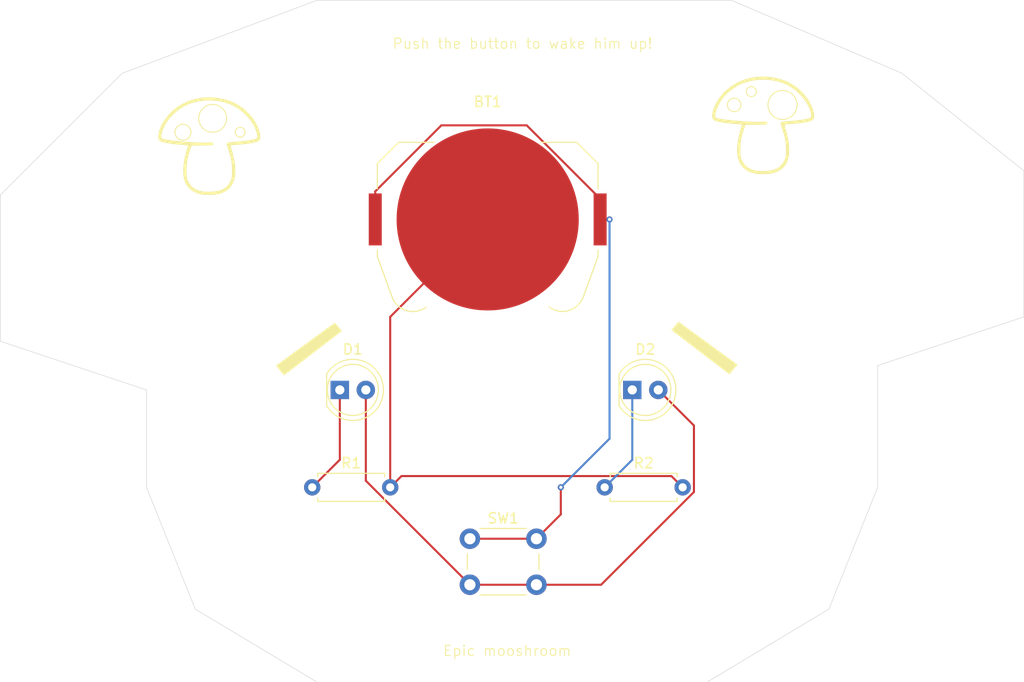
<source format=kicad_pcb>
(kicad_pcb (version 20241229) (generator "pcbnew") (generator_version "9.0")
  (layers (0 "F.Cu" signal) (2 "B.Cu" signal) (13 "F.Paste" user) (15 "B.Paste" user) (5 "F.SilkS" user "F.Silkscreen") (7 "B.SilkS" user "B.Silkscreen") (1 "F.Mask" user) (3 "B.Mask" user) (25 "Edge.Cuts" user))
  (net 0 "")
  (net 1 "Net-(BT1--)")
  (net 2 "Net-(BT1-+)")
  (net 3 "Net-(D1-K)")
  (net 4 "Net-(D1-A)")
  (net 5 "Net-(D2-K)")
  (footprint "LOGO" (layer "F.Cu") (at 167.41 59.86)
    (property "Reference" "G***" (hide yes))
    (property "Value" "LOGO" (hide yes))
    (fp_poly (pts (xy 0.83355 -4.722149) (xy 0.90471 -4.711981) (xy 1.573501 -4.570846) (xy 2.201965 -4.353437) (xy 2.785632 -4.062516) (xy 3.320034 -3.700844) (xy 3.800703 -3.271182) (xy 4.22317 -2.77629) (xy 4.366705 -2.572917) (xy 4.577358 -2.227645) (xy 4.747068 -1.887204) (xy 4.873792 -1.561118) (xy 4.955485 -1.258908) (xy 4.990101 -0.990097) (xy 4.975595 -0.764208) (xy 4.909923 -0.590764) (xy 4.813484 -0.492412) (xy 4.670193 -0.427268) (xy 4.449785 -0.362988) (xy 4.164106 -0.30159) (xy 3.824998 -0.245091) (xy 3.444305 -0.195506) (xy 3.033872 -0.154854) (xy 2.682513 -0.129544) (xy 2.474177 -0.114975) (xy 2.297441 -0.098667) (xy 2.171864 -0.082684) (xy 2.118178 -0.06995) (xy 2.105793 -0.010977) (xy 2.130706 0.125033) (xy 2.185318 0.312962) (xy 2.336172 0.843952) (xy 2.449016 1.369761) (xy 2.522188 1.875738) (xy 2.554026 2.347233) (xy 2.542867 2.769597) (xy 2.498908 3.076353) (xy 2.374151 3.501008) (xy 2.193521 3.858107) (xy 1.952374 4.15283) (xy 1.646066 4.390357) (xy 1.269954 4.575867) (xy 1.100694 4.636095) (xy 0.93561 4.684638) (xy 0.776343 4.718442) (xy 0.598347 4.740713) (xy 0.377074 4.754659) (xy 0.13345 4.762438) (xy -0.115226 4.765069) (xy -0.352507 4.761648) (xy -0.553971 4.752914) (xy -0.695196 4.739606) (xy -0.711734 4.736891) (xy -1.171956 4.617549) (xy -1.567051 4.43919) (xy -1.896095 4.202446) (xy -2.158164 3.907954) (xy -2.317633 3.634053) (xy -2.454092 3.251271) (xy -2.532003 2.808406) (xy -2.551631 2.312129) (xy -2.513243 1.76911) (xy -2.417104 1.18602) (xy -2.263481 0.56953) (xy -2.185318 0.312962) (xy -2.126973 0.109812) (xy -2.105373 -0.019444) (xy -2.118178 -0.06995) (xy -2.178806 -0.083784) (xy -2.308737 -0.09986) (xy -2.488413 -0.116111) (xy -2.682514 -0.129544) (xy -3.108527 -0.161342) (xy -3.514537 -0.203731) (xy -3.888698 -0.254693) (xy -4.219168 -0.312211) (xy -4.494103 -0.374269) (xy -4.70166 -0.43885) (xy -4.813485 -0.492412) (xy -4.92381 -0.614332) (xy -4.981247 -0.796712) (xy -4.986013 -0.965305) (xy -4.686253 -0.965305) (xy -4.677058 -0.854466) (xy -4.651334 -0.793749) (xy -4.597343 -0.749887) (xy -4.495191 -0.712502) (xy -4.326297 -0.671509) (xy -4.070487 -0.623744) (xy -3.742928 -0.57638) (xy -3.359164 -0.530554) (xy -2.934735 -0.487403) (xy -2.485184 -0.448063) (xy -2.026054 -0.413671) (xy -1.572885 -0.385364) (xy -1.14122 -0.364278) (xy -0.746601 -0.351551) (xy -0.404571 -0.348318) (xy -0.13067 -0.355717) (xy -0.066725 -0.359972) (xy 0.167224 -0.366158) (xy 0.3217 -0.340262) (xy 0.400859 -0.280552) (xy 0.40886 -0.185297) (xy 0.403057 -0.164222) (xy 0.390861 -0.133908) (xy 0.36872 -0.110613) (xy 0.325759 -0.093251) (xy 0.251105 -0.080739) (xy 0.133881 -0.071992) (xy -0.036787 -0.065928) (xy -0.271775 -0.06146) (xy -0.581957 -0.057506) (xy -0.678526 -0.056403) (xy -1.729672 -0.044484) (xy -1.875264 0.39151) (xy -2.015107 0.84147) (xy -2.114864 1.242648) (xy -2.179423 1.623023) (xy -2.213672 2.010574) (xy -2.222621 2.37986) (xy -2.220935 2.649353) (xy -2.214129 2.849993) (xy -2.20009 3.001843) (xy -2.176705 3.124964) (xy -2.141861 3.239421) (xy -2.128134 3.276994) (xy -1.951059 3.636871) (xy -1.714787 3.931061) (xy -1.418269 4.16038) (xy -1.060456 4.325644) (xy -0.649147 4.426269) (xy -0.417318 4.449452) (xy -0.135728 4.456651) (xy 0.169226 4.449228) (xy 0.471148 4.428544) (xy 0.743641 4.395962) (xy 0.960308 4.352843) (xy 1.000875 4.341139) (xy 1.369361 4.186294) (xy 1.672653 3.971799) (xy 1.914905 3.693732) (xy 2.100271 3.348174) (xy 2.128487 3.276994) (xy 2.166573 3.165012) (xy 2.192899 3.052458) (xy 2.209402 2.919925) (xy 2.218022 2.748004) (xy 2.220696 2.517289) (xy 2.220332 2.357618) (xy 2.212752 2.019402) (xy 2.190948 1.716261) (xy 2.150865 1.426088) (xy 2.088445 1.12677) (xy 1.999632 0.796201) (xy 1.880369 0.412268) (xy 1.841866 0.294914) (xy 1.766938 0.063042) (xy 1.719813 -0.099447) (xy 1.697655 -0.206695) (xy 1.697627 -0.272845) (xy 1.716892 -0.312038) (xy 1.719547 -0.314798) (xy 1.795724 -0.345568) (xy 1.960723 -0.37479) (xy 2.214414 -0.402444) (xy 2.468826 -0.422568) (xy 2.975568 -0.4632) (xy 3.431823 -0.510126) (xy 3.827779 -0.562072) (xy 4.153621 -0.617763) (xy 4.383061 -0.671218) (xy 4.546747 -0.728008) (xy 4.644885 -0.798728) (xy 4.68649 -0.901802) (xy 4.680575 -1.055653) (xy 4.650054 -1.216924) (xy 4.512278 -1.656528) (xy 4.29632 -2.096951) (xy 4.012151 -2.527007) (xy 3.66974 -2.935513) (xy 3.27906 -3.311284) (xy 2.85008 -3.643135) (xy 2.392771 -3.919882) (xy 2.12713 -4.047007) (xy 1.525485 -4.260677) (xy 0.89004 -4.399534) (xy 0.235142 -4.463577) (xy -0.424864 -4.452806) (xy -1.075632 -4.367222) (xy -1.702815 -4.206824) (xy -2.12713 -4.047007) (xy -2.592277 -3.806439) (xy -3.050328 -3.496121) (xy -3.479156 -3.13399) (xy -3.856632 -2.737984) (xy -4.053943 -2.485044) (xy -4.215874 -2.234037) (xy -4.363716 -1.959796) (xy -4.491072 -1.679062) (xy -4.591546 -1.408575) (xy -4.658738 -1.165075) (xy -4.686253 -0.965305) (xy -4.986013 -0.965305) (xy -4.987842 -1.030028) (xy -4.945639 -1.30476) (xy -4.856683 -1.611383) (xy -4.723019 -1.940375) (xy -4.546692 -2.282215) (xy -4.366706 -2.572917) (xy -3.971558 -3.085741) (xy -3.51712 -3.535589) (xy -3.009231 -3.920091) (xy -2.45373 -4.236878) (xy -1.856458 -4.483581) (xy -1.223254 -4.657829) (xy -0.559958 -4.757252) (xy 0.12759 -4.779482)) (fill yes) (layer "F.SilkS"))
  )
  (footprint "Resistor_THT:R_Axial_DIN0207_L6.3mm_D2.5mm_P7.62mm_Horizontal" (layer "F.Cu") (at 151.92375 95.25)
    (property "Reference" "R2" (at 3.81 -2.37 0) (layer "F.SilkS"))
    (property "Value" "R")
    (fp_line (start 0.54 -1.37) (end 7.08 -1.37) (stroke (width 0.12)) (layer "F.SilkS"))
    (fp_line (start 0.54 -1.04) (end 0.54 -1.37) (stroke (width 0.12)) (layer "F.SilkS"))
    (fp_line (start 0.54 1.04) (end 0.54 1.37) (stroke (width 0.12)) (layer "F.SilkS"))
    (fp_line (start 0.54 1.37) (end 7.08 1.37) (stroke (width 0.12)) (layer "F.SilkS"))
    (fp_line (start 7.08 -1.37) (end 7.08 -1.04) (stroke (width 0.12)) (layer "F.SilkS"))
    (fp_line (start 7.08 1.37) (end 7.08 1.04) (stroke (width 0.12)) (layer "F.SilkS"))
    (pad "1" thru_hole circle (at 0 0) (size 1.6 1.6) (drill 0.8) (layers "*.Cu" "*.Mask") (net 5 "Net-(D2-K)"))
    (pad "2" thru_hole circle (at 7.62 0) (size 1.6 1.6) (drill 0.8) (layers "*.Cu" "*.Mask") (net 1 "Net-(BT1--)"))
  )
  (footprint "LOGO" (layer "F.Cu") (at 113.29 61.89)
    (property "Reference" "G***" (hide yes))
    (property "Value" "LOGO" (hide yes))
    (fp_poly (pts (xy 0.83355 -4.722149) (xy 0.90471 -4.711981) (xy 1.573501 -4.570846) (xy 2.201965 -4.353437) (xy 2.785632 -4.062516) (xy 3.320034 -3.700844) (xy 3.800703 -3.271182) (xy 4.22317 -2.77629) (xy 4.366705 -2.572917) (xy 4.577358 -2.227645) (xy 4.747068 -1.887204) (xy 4.873792 -1.561118) (xy 4.955485 -1.258908) (xy 4.990101 -0.990097) (xy 4.975595 -0.764208) (xy 4.909923 -0.590764) (xy 4.813484 -0.492412) (xy 4.670193 -0.427268) (xy 4.449785 -0.362988) (xy 4.164106 -0.30159) (xy 3.824998 -0.245091) (xy 3.444305 -0.195506) (xy 3.033872 -0.154854) (xy 2.682513 -0.129544) (xy 2.474177 -0.114975) (xy 2.297441 -0.098667) (xy 2.171864 -0.082684) (xy 2.118178 -0.06995) (xy 2.105793 -0.010977) (xy 2.130706 0.125033) (xy 2.185318 0.312962) (xy 2.336172 0.843952) (xy 2.449016 1.369761) (xy 2.522188 1.875738) (xy 2.554026 2.347233) (xy 2.542867 2.769597) (xy 2.498908 3.076353) (xy 2.374151 3.501008) (xy 2.193521 3.858107) (xy 1.952374 4.15283) (xy 1.646066 4.390357) (xy 1.269954 4.575867) (xy 1.100694 4.636095) (xy 0.93561 4.684638) (xy 0.776343 4.718442) (xy 0.598347 4.740713) (xy 0.377074 4.754659) (xy 0.13345 4.762438) (xy -0.115226 4.765069) (xy -0.352507 4.761648) (xy -0.553971 4.752914) (xy -0.695196 4.739606) (xy -0.711734 4.736891) (xy -1.171956 4.617549) (xy -1.567051 4.43919) (xy -1.896095 4.202446) (xy -2.158164 3.907954) (xy -2.317633 3.634053) (xy -2.454092 3.251271) (xy -2.532003 2.808406) (xy -2.551631 2.312129) (xy -2.513243 1.76911) (xy -2.417104 1.18602) (xy -2.263481 0.56953) (xy -2.185318 0.312962) (xy -2.126973 0.109812) (xy -2.105373 -0.019444) (xy -2.118178 -0.06995) (xy -2.178806 -0.083784) (xy -2.308737 -0.09986) (xy -2.488413 -0.116111) (xy -2.682514 -0.129544) (xy -3.108527 -0.161342) (xy -3.514537 -0.203731) (xy -3.888698 -0.254693) (xy -4.219168 -0.312211) (xy -4.494103 -0.374269) (xy -4.70166 -0.43885) (xy -4.813485 -0.492412) (xy -4.92381 -0.614332) (xy -4.981247 -0.796712) (xy -4.986013 -0.965305) (xy -4.686253 -0.965305) (xy -4.677058 -0.854466) (xy -4.651334 -0.793749) (xy -4.597343 -0.749887) (xy -4.495191 -0.712502) (xy -4.326297 -0.671509) (xy -4.070487 -0.623744) (xy -3.742928 -0.57638) (xy -3.359164 -0.530554) (xy -2.934735 -0.487403) (xy -2.485184 -0.448063) (xy -2.026054 -0.413671) (xy -1.572885 -0.385364) (xy -1.14122 -0.364278) (xy -0.746601 -0.351551) (xy -0.404571 -0.348318) (xy -0.13067 -0.355717) (xy -0.066725 -0.359972) (xy 0.167224 -0.366158) (xy 0.3217 -0.340262) (xy 0.400859 -0.280552) (xy 0.40886 -0.185297) (xy 0.403057 -0.164222) (xy 0.390861 -0.133908) (xy 0.36872 -0.110613) (xy 0.325759 -0.093251) (xy 0.251105 -0.080739) (xy 0.133881 -0.071992) (xy -0.036787 -0.065928) (xy -0.271775 -0.06146) (xy -0.581957 -0.057506) (xy -0.678526 -0.056403) (xy -1.729672 -0.044484) (xy -1.875264 0.39151) (xy -2.015107 0.84147) (xy -2.114864 1.242648) (xy -2.179423 1.623023) (xy -2.213672 2.010574) (xy -2.222621 2.37986) (xy -2.220935 2.649353) (xy -2.214129 2.849993) (xy -2.20009 3.001843) (xy -2.176705 3.124964) (xy -2.141861 3.239421) (xy -2.128134 3.276994) (xy -1.951059 3.636871) (xy -1.714787 3.931061) (xy -1.418269 4.16038) (xy -1.060456 4.325644) (xy -0.649147 4.426269) (xy -0.417318 4.449452) (xy -0.135728 4.456651) (xy 0.169226 4.449228) (xy 0.471148 4.428544) (xy 0.743641 4.395962) (xy 0.960308 4.352843) (xy 1.000875 4.341139) (xy 1.369361 4.186294) (xy 1.672653 3.971799) (xy 1.914905 3.693732) (xy 2.100271 3.348174) (xy 2.128487 3.276994) (xy 2.166573 3.165012) (xy 2.192899 3.052458) (xy 2.209402 2.919925) (xy 2.218022 2.748004) (xy 2.220696 2.517289) (xy 2.220332 2.357618) (xy 2.212752 2.019402) (xy 2.190948 1.716261) (xy 2.150865 1.426088) (xy 2.088445 1.12677) (xy 1.999632 0.796201) (xy 1.880369 0.412268) (xy 1.841866 0.294914) (xy 1.766938 0.063042) (xy 1.719813 -0.099447) (xy 1.697655 -0.206695) (xy 1.697627 -0.272845) (xy 1.716892 -0.312038) (xy 1.719547 -0.314798) (xy 1.795724 -0.345568) (xy 1.960723 -0.37479) (xy 2.214414 -0.402444) (xy 2.468826 -0.422568) (xy 2.975568 -0.4632) (xy 3.431823 -0.510126) (xy 3.827779 -0.562072) (xy 4.153621 -0.617763) (xy 4.383061 -0.671218) (xy 4.546747 -0.728008) (xy 4.644885 -0.798728) (xy 4.68649 -0.901802) (xy 4.680575 -1.055653) (xy 4.650054 -1.216924) (xy 4.512278 -1.656528) (xy 4.29632 -2.096951) (xy 4.012151 -2.527007) (xy 3.66974 -2.935513) (xy 3.27906 -3.311284) (xy 2.85008 -3.643135) (xy 2.392771 -3.919882) (xy 2.12713 -4.047007) (xy 1.525485 -4.260677) (xy 0.89004 -4.399534) (xy 0.235142 -4.463577) (xy -0.424864 -4.452806) (xy -1.075632 -4.367222) (xy -1.702815 -4.206824) (xy -2.12713 -4.047007) (xy -2.592277 -3.806439) (xy -3.050328 -3.496121) (xy -3.479156 -3.13399) (xy -3.856632 -2.737984) (xy -4.053943 -2.485044) (xy -4.215874 -2.234037) (xy -4.363716 -1.959796) (xy -4.491072 -1.679062) (xy -4.591546 -1.408575) (xy -4.658738 -1.165075) (xy -4.686253 -0.965305) (xy -4.986013 -0.965305) (xy -4.987842 -1.030028) (xy -4.945639 -1.30476) (xy -4.856683 -1.611383) (xy -4.723019 -1.940375) (xy -4.546692 -2.282215) (xy -4.366706 -2.572917) (xy -3.971558 -3.085741) (xy -3.51712 -3.535589) (xy -3.009231 -3.920091) (xy -2.45373 -4.236878) (xy -1.856458 -4.483581) (xy -1.223254 -4.657829) (xy -0.559958 -4.757252) (xy 0.12759 -4.779482)) (fill yes) (layer "F.SilkS"))
  )
  (footprint "LED_THT:LED_D5.0mm" (layer "F.Cu") (at 154.6225 85.725)
    (property "Reference" "D2" (at 1.27 -3.96 0) (layer "F.SilkS"))
    (property "Value" "LED")
    (fp_line (start -1.29 -1.545) (end -1.29 1.545) (stroke (width 0.12)) (layer "F.SilkS"))
    (fp_arc (start -1.29 -1.54483) (mid 2.071779 -2.880495) (end 4.26 0) (stroke (width 0.12)) (layer "F.SilkS"))
    (fp_arc (start 4.26 0) (mid 2.071779 2.880495) (end -1.29 1.54483) (stroke (width 0.12)) (layer "F.SilkS"))
    (fp_circle (center 1.27 0) (end 3.77 0) (stroke (width 0.12)) (fill no) (layer "F.SilkS"))
    (pad "1" thru_hole rect (at 0 0) (size 1.8 1.8) (drill 0.9) (layers "*.Cu" "*.Mask") (net 5 "Net-(D2-K)"))
    (pad "2" thru_hole circle (at 2.54 0) (size 1.8 1.8) (drill 0.9) (layers "*.Cu" "*.Mask") (net 4 "Net-(D1-A)"))
  )
  (footprint "LED_THT:LED_D5.0mm" (layer "F.Cu") (at 126.0475 85.725)
    (property "Reference" "D1" (at 1.27 -3.96 0) (layer "F.SilkS"))
    (property "Value" "LED")
    (fp_line (start -1.29 -1.545) (end -1.29 1.545) (stroke (width 0.12)) (layer "F.SilkS"))
    (fp_arc (start -1.29 -1.54483) (mid 2.071779 -2.880495) (end 4.26 0) (stroke (width 0.12)) (layer "F.SilkS"))
    (fp_arc (start 4.26 0) (mid 2.071779 2.880495) (end -1.29 1.54483) (stroke (width 0.12)) (layer "F.SilkS"))
    (fp_circle (center 1.27 0) (end 3.77 0) (stroke (width 0.12)) (fill no) (layer "F.SilkS"))
    (pad "1" thru_hole rect (at 0 0) (size 1.8 1.8) (drill 0.9) (layers "*.Cu" "*.Mask") (net 3 "Net-(D1-K)"))
    (pad "2" thru_hole circle (at 2.54 0) (size 1.8 1.8) (drill 0.9) (layers "*.Cu" "*.Mask") (net 4 "Net-(D1-A)"))
  )
  (footprint "Resistor_THT:R_Axial_DIN0207_L6.3mm_D2.5mm_P7.62mm_Horizontal" (layer "F.Cu") (at 123.34875 95.25)
    (property "Reference" "R1" (at 3.81 -2.37 0) (layer "F.SilkS"))
    (property "Value" "R")
    (fp_line (start 0.54 -1.37) (end 7.08 -1.37) (stroke (width 0.12)) (layer "F.SilkS"))
    (fp_line (start 0.54 -1.04) (end 0.54 -1.37) (stroke (width 0.12)) (layer "F.SilkS"))
    (fp_line (start 0.54 1.04) (end 0.54 1.37) (stroke (width 0.12)) (layer "F.SilkS"))
    (fp_line (start 0.54 1.37) (end 7.08 1.37) (stroke (width 0.12)) (layer "F.SilkS"))
    (fp_line (start 7.08 -1.37) (end 7.08 -1.04) (stroke (width 0.12)) (layer "F.SilkS"))
    (fp_line (start 7.08 1.37) (end 7.08 1.04) (stroke (width 0.12)) (layer "F.SilkS"))
    (pad "1" thru_hole circle (at 0 0) (size 1.6 1.6) (drill 0.8) (layers "*.Cu" "*.Mask") (net 3 "Net-(D1-K)"))
    (pad "2" thru_hole circle (at 7.62 0) (size 1.6 1.6) (drill 0.8) (layers "*.Cu" "*.Mask") (net 1 "Net-(BT1--)"))
  )
  (footprint "Battery:BatteryHolder_Keystone_3034_1x20mm" (layer "F.Cu") (at 140.49375 69.05625)
    (property "Reference" "BT1" (at 0 -11.5 0) (layer "F.SilkS"))
    (property "Value" "Battery")
    (fp_line (start -10.78 -5.46) (end -10.78 -3) (stroke (width 0.12)) (layer "F.SilkS"))
    (fp_line (start -10.78 3) (end -10.78 3.63) (stroke (width 0.12)) (layer "F.SilkS"))
    (fp_line (start -10.78 3.63) (end -9.34 7.58) (stroke (width 0.12)) (layer "F.SilkS"))
    (fp_line (start -8.7 -7.54) (end -10.78 -5.46) (stroke (width 0.12)) (layer "F.SilkS"))
    (fp_line (start -5.2 -7.54) (end -8.7 -7.54) (stroke (width 0.12)) (layer "F.SilkS"))
    (fp_line (start 8.7 -7.54) (end 5.2 -7.54) (stroke (width 0.12)) (layer "F.SilkS"))
    (fp_line (start 8.7 -7.54) (end 10.78 -5.46) (stroke (width 0.12)) (layer "F.SilkS"))
    (fp_line (start 10.78 -5.46) (end 10.78 -3) (stroke (width 0.12)) (layer "F.SilkS"))
    (fp_line (start 10.78 3) (end 10.78 3.63) (stroke (width 0.12)) (layer "F.SilkS"))
    (fp_line (start 10.78 3.63) (end 9.34 7.58) (stroke (width 0.12)) (layer "F.SilkS"))
    (fp_arc (start -6.003354 8.56653) (mid -7.921654 8.918738) (end -9.34 7.58) (stroke (width 0.12)) (layer "F.SilkS"))
    (fp_arc (start 9.325243 7.588169) (mid 7.90634 8.911668) (end 6 8.55) (stroke (width 0.12)) (layer "F.SilkS"))
    (pad "1" smd rect (at -10.985 0) (size 1.27 5.08) (layers "F.Cu" "F.Mask" "F.Paste") (net 2 "Net-(BT1-+)"))
    (pad "1" smd rect (at 10.985 0) (size 1.27 5.08) (layers "F.Cu" "F.Mask" "F.Paste") (net 2 "Net-(BT1-+)"))
    (pad "2" smd circle (at 0 0) (size 17.8 17.8) (layers "F.Cu" "F.Mask") (net 1 "Net-(BT1--)"))
  )
  (footprint "Button_Switch_THT:SW_PUSH_6mm" (layer "F.Cu") (at 138.75625 100.275)
    (property "Reference" "SW1" (at 3.25 -2 0) (layer "F.SilkS"))
    (property "Value" "SW_Push")
    (fp_line (start -0.25 1.5) (end -0.25 3) (stroke (width 0.12)) (layer "F.SilkS"))
    (fp_line (start 1 5.5) (end 5.5 5.5) (stroke (width 0.12)) (layer "F.SilkS"))
    (fp_line (start 5.5 -1) (end 1 -1) (stroke (width 0.12)) (layer "F.SilkS"))
    (fp_line (start 6.75 3) (end 6.75 1.5) (stroke (width 0.12)) (layer "F.SilkS"))
    (pad "1" thru_hole circle (at 0 0 90) (size 2 2) (drill 1.1) (layers "*.Cu" "*.Mask") (net 2 "Net-(BT1-+)"))
    (pad "1" thru_hole circle (at 6.5 0 90) (size 2 2) (drill 1.1) (layers "*.Cu" "*.Mask") (net 2 "Net-(BT1-+)"))
    (pad "2" thru_hole circle (at 0 4.5 90) (size 2 2) (drill 1.1) (layers "*.Cu" "*.Mask") (net 4 "Net-(D1-A)"))
    (pad "2" thru_hole circle (at 6.5 4.5 90) (size 2 2) (drill 1.1) (layers "*.Cu" "*.Mask") (net 4 "Net-(D1-A)"))
  )
  (gr_poly (pts (xy 159.16 79.12) (xy 164.83 83.26) (xy 164.1 84.14) (xy 158.5 79.85)) (stroke (width 0.1)) (fill yes) (layer "F.SilkS"))
  (gr_circle (center 169.3 57.86) (end 170.72 57.86) (stroke (width 0.1)) (fill no) (layer "F.SilkS"))
  (gr_circle (center 116.31 60.532094) (end 116.79 60.532094) (stroke (width 0.1)) (fill no) (layer "F.SilkS"))
  (gr_circle (center 164.57 57.86) (end 164.72 58.5) (stroke (width 0.1)) (fill no) (layer "F.SilkS"))
  (gr_circle (center 110.72 60.532094) (end 111.5 60.532094) (stroke (width 0.1)) (fill no) (layer "F.SilkS"))
  (gr_circle (center 113.62 59.17) (end 114.45 60.25) (stroke (width 0.1)) (fill no) (layer "F.SilkS"))
  (gr_circle (center 166.25 56.56) (end 166.47 57) (stroke (width 0.1)) (fill no) (layer "F.SilkS"))
  (gr_poly (pts (xy 125.54 79.22) (xy 119.87 83.36) (xy 120.6 84.24) (xy 126.2 79.95)) (stroke (width 0.1)) (fill yes) (layer "F.SilkS"))
  (gr_poly (pts (xy 107.15625 85.725) (xy 107.15625 95.25) (xy 111.91875 107.15625) (xy 123.825 114.3) (xy 161.925 114.3) (xy 173.83125 107.15625) (xy 178.59375 95.25) (xy 178.59375 83.34375) (xy 192.88125 78.58125) (xy 192.88125 64.29375) (xy 180.975 54.76875) (xy 164.30625 47.625) (xy 123.825 47.625) (xy 104.775 54.76875) (xy 92.86875 66.675) (xy 92.86875 80.9625)) (stroke (width 0.05)) (fill no) (layer "Edge.Cuts"))
  (gr_text "Push the button to wake him up!" (at 131.14 52.45 0) (layer "F.SilkS") (effects (font (size 1 1) (thickness 0.1)) (justify left bottom)))
  (gr_text "Epic mooshroom" (at 136.07 111.82 0) (layer "F.SilkS") (effects (font (size 1 1) (thickness 0.1)) (justify left bottom)))
  (segment (start 158.44275 94.149) (end 159.54375 95.25) (width 0.2) (layer "F.Cu") (net 1))
  (segment (start 132.06975 94.149) (end 158.44275 94.149) (width 0.2) (layer "F.Cu") (net 1))
  (segment (start 130.96875 95.25) (end 130.96875 78.58125) (width 0.2) (layer "F.Cu") (net 1))
  (segment (start 130.96875 95.25) (end 132.06975 94.149) (width 0.2) (layer "F.Cu") (net 1))
  (segment (start 130.96875 78.58125) (end 140.49375 69.05625) (width 0.2) (layer "F.Cu") (net 1))
  (segment (start 135.96975 59.85525) (end 144.304929 59.85525) (width 0.2) (layer "F.Cu") (net 2))
  (segment (start 129.50875 66.31625) (end 135.96975 59.85525) (width 0.2) (layer "F.Cu") (net 2))
  (segment (start 147.6375 97.89375) (end 147.6375 95.25) (width 0.2) (layer "F.Cu") (net 2))
  (segment (start 129.50875 69.05625) (end 129.50875 66.31625) (width 0.2) (layer "F.Cu") (net 2))
  (segment (start 138.75625 100.275) (end 145.25625 100.275) (width 0.2) (layer "F.Cu") (net 2))
  (segment (start 152.4 69.05625) (end 151.47875 69.05625) (width 0.2) (layer "F.Cu") (net 2))
  (segment (start 145.25625 100.275) (end 147.6375 97.89375) (width 0.2) (layer "F.Cu") (net 2))
  (segment (start 151.47875 67.029071) (end 151.47875 69.05625) (width 0.2) (layer "F.Cu") (net 2))
  (segment (start 144.304929 59.85525) (end 151.47875 67.029071) (width 0.2) (layer "F.Cu") (net 2))
  (via (at 152.4 69.05625) (size 0.6) (drill 0.3) (layers "F.Cu" "B.Cu") (net 2))
  (via (at 147.6375 95.25) (size 0.6) (drill 0.3) (layers "F.Cu" "B.Cu") (net 2))
  (segment (start 147.6375 95.25) (end 152.4 90.4875) (width 0.2) (layer "B.Cu") (net 2))
  (segment (start 152.4 90.4875) (end 152.4 69.05625) (width 0.2) (layer "B.Cu") (net 2))
  (segment (start 126.0475 85.725) (end 126.0475 92.55125) (width 0.2) (layer "F.Cu") (net 3))
  (segment (start 126.0475 92.55125) (end 123.34875 95.25) (width 0.2) (layer "F.Cu") (net 3))
  (segment (start 160.64475 89.20725) (end 157.1625 85.725) (width 0.2) (layer "F.Cu") (net 4))
  (segment (start 145.25625 104.775) (end 151.5758 104.775) (width 0.2) (layer "F.Cu") (net 4))
  (segment (start 128.5875 85.725) (end 128.5875 94.60625) (width 0.2) (layer "F.Cu") (net 4))
  (segment (start 151.5758 104.775) (end 160.64475 95.70605) (width 0.2) (layer "F.Cu") (net 4))
  (segment (start 128.5875 94.60625) (end 138.75625 104.775) (width 0.2) (layer "F.Cu") (net 4))
  (segment (start 145.25625 104.775) (end 138.75625 104.775) (width 0.2) (layer "F.Cu") (net 4))
  (segment (start 160.64475 95.70605) (end 160.64475 89.20725) (width 0.2) (layer "F.Cu") (net 4))
  (segment (start 151.92375 95.25) (end 154.6225 92.55125) (width 0.2) (layer "B.Cu") (net 5))
  (segment (start 154.6225 92.55125) (end 154.6225 85.725) (width 0.2) (layer "B.Cu") (net 5))
)
</source>
